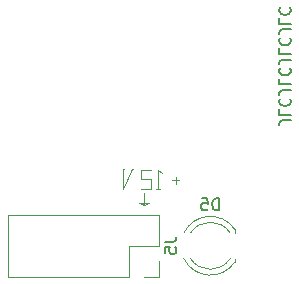
<source format=gbo>
G04 #@! TF.GenerationSoftware,KiCad,Pcbnew,(6.0.1)*
G04 #@! TF.CreationDate,2022-02-10T17:34:38+01:00*
G04 #@! TF.ProjectId,Drumbox,4472756d-626f-4782-9e6b-696361645f70,rev?*
G04 #@! TF.SameCoordinates,Original*
G04 #@! TF.FileFunction,Legend,Bot*
G04 #@! TF.FilePolarity,Positive*
%FSLAX46Y46*%
G04 Gerber Fmt 4.6, Leading zero omitted, Abs format (unit mm)*
G04 Created by KiCad (PCBNEW (6.0.1)) date 2022-02-10 17:34:38*
%MOMM*%
%LPD*%
G01*
G04 APERTURE LIST*
%ADD10C,0.120000*%
%ADD11C,0.150000*%
%ADD12C,1.600000*%
%ADD13R,1.700000X1.700000*%
%ADD14O,1.700000X1.700000*%
%ADD15O,1.600000X1.600000*%
%ADD16R,1.600000X1.600000*%
%ADD17C,2.000000*%
%ADD18O,2.000000X2.000000*%
%ADD19R,1.800000X1.800000*%
%ADD20C,1.800000*%
G04 APERTURE END LIST*
D10*
X56400000Y-127400000D02*
X57200000Y-127400000D01*
X59000000Y-126700000D02*
X59600000Y-126700000D01*
X55700000Y-125700000D02*
X55600000Y-125700000D01*
X57600000Y-127400000D02*
X57800000Y-127400000D01*
X56400000Y-125800000D02*
X57200000Y-125800000D01*
X59300000Y-127000000D02*
X59300000Y-126400000D01*
X56400000Y-126600000D02*
X56400000Y-125800000D01*
X57800000Y-125800000D02*
X58100000Y-126100000D01*
X54800000Y-127400000D02*
X55600000Y-125700000D01*
X57800000Y-127400000D02*
X58000000Y-127400000D01*
X54800000Y-125700000D02*
X54800000Y-127400000D01*
X54900000Y-125700000D02*
X54800000Y-125700000D01*
X57200000Y-127400000D02*
X57200000Y-126600000D01*
X57800000Y-127400000D02*
X57800000Y-125800000D01*
X56600000Y-127800000D02*
X56600000Y-128800000D01*
X56600000Y-128800000D02*
X57000000Y-128600000D01*
X57000000Y-128600000D02*
X56200000Y-128600000D01*
X56200000Y-128600000D02*
X56600000Y-128800000D01*
G36*
X56600000Y-128800000D02*
G01*
X56200000Y-128600000D01*
X57000000Y-128600000D01*
X56600000Y-128800000D01*
G37*
X56600000Y-128800000D02*
X56200000Y-128600000D01*
X57000000Y-128600000D01*
X56600000Y-128800000D01*
X57200000Y-126600000D02*
X56400000Y-126600000D01*
D11*
X69047619Y-121619047D02*
X68333333Y-121619047D01*
X68190476Y-121666666D01*
X68095238Y-121761904D01*
X68047619Y-121904761D01*
X68047619Y-122000000D01*
X68047619Y-120666666D02*
X68047619Y-121142857D01*
X69047619Y-121142857D01*
X68142857Y-119761904D02*
X68095238Y-119809523D01*
X68047619Y-119952380D01*
X68047619Y-120047619D01*
X68095238Y-120190476D01*
X68190476Y-120285714D01*
X68285714Y-120333333D01*
X68476190Y-120380952D01*
X68619047Y-120380952D01*
X68809523Y-120333333D01*
X68904761Y-120285714D01*
X69000000Y-120190476D01*
X69047619Y-120047619D01*
X69047619Y-119952380D01*
X69000000Y-119809523D01*
X68952380Y-119761904D01*
X69047619Y-119047619D02*
X68333333Y-119047619D01*
X68190476Y-119095238D01*
X68095238Y-119190476D01*
X68047619Y-119333333D01*
X68047619Y-119428571D01*
X68047619Y-118095238D02*
X68047619Y-118571428D01*
X69047619Y-118571428D01*
X68142857Y-117190476D02*
X68095238Y-117238095D01*
X68047619Y-117380952D01*
X68047619Y-117476190D01*
X68095238Y-117619047D01*
X68190476Y-117714285D01*
X68285714Y-117761904D01*
X68476190Y-117809523D01*
X68619047Y-117809523D01*
X68809523Y-117761904D01*
X68904761Y-117714285D01*
X69000000Y-117619047D01*
X69047619Y-117476190D01*
X69047619Y-117380952D01*
X69000000Y-117238095D01*
X68952380Y-117190476D01*
X69047619Y-116476190D02*
X68333333Y-116476190D01*
X68190476Y-116523809D01*
X68095238Y-116619047D01*
X68047619Y-116761904D01*
X68047619Y-116857142D01*
X68047619Y-115523809D02*
X68047619Y-116000000D01*
X69047619Y-116000000D01*
X68142857Y-114619047D02*
X68095238Y-114666666D01*
X68047619Y-114809523D01*
X68047619Y-114904761D01*
X68095238Y-115047619D01*
X68190476Y-115142857D01*
X68285714Y-115190476D01*
X68476190Y-115238095D01*
X68619047Y-115238095D01*
X68809523Y-115190476D01*
X68904761Y-115142857D01*
X69000000Y-115047619D01*
X69047619Y-114904761D01*
X69047619Y-114809523D01*
X69000000Y-114666666D01*
X68952380Y-114619047D01*
X69047619Y-113904761D02*
X68333333Y-113904761D01*
X68190476Y-113952380D01*
X68095238Y-114047619D01*
X68047619Y-114190476D01*
X68047619Y-114285714D01*
X68047619Y-112952380D02*
X68047619Y-113428571D01*
X69047619Y-113428571D01*
X68142857Y-112047619D02*
X68095238Y-112095238D01*
X68047619Y-112238095D01*
X68047619Y-112333333D01*
X68095238Y-112476190D01*
X68190476Y-112571428D01*
X68285714Y-112619047D01*
X68476190Y-112666666D01*
X68619047Y-112666666D01*
X68809523Y-112619047D01*
X68904761Y-112571428D01*
X69000000Y-112476190D01*
X69047619Y-112333333D01*
X69047619Y-112238095D01*
X69000000Y-112095238D01*
X68952380Y-112047619D01*
X62968095Y-129217380D02*
X62968095Y-128217380D01*
X62730000Y-128217380D01*
X62587142Y-128265000D01*
X62491904Y-128360238D01*
X62444285Y-128455476D01*
X62396666Y-128645952D01*
X62396666Y-128788809D01*
X62444285Y-128979285D01*
X62491904Y-129074523D01*
X62587142Y-129169761D01*
X62730000Y-129217380D01*
X62968095Y-129217380D01*
X61491904Y-128217380D02*
X61968095Y-128217380D01*
X62015714Y-128693571D01*
X61968095Y-128645952D01*
X61872857Y-128598333D01*
X61634761Y-128598333D01*
X61539523Y-128645952D01*
X61491904Y-128693571D01*
X61444285Y-128788809D01*
X61444285Y-129026904D01*
X61491904Y-129122142D01*
X61539523Y-129169761D01*
X61634761Y-129217380D01*
X61872857Y-129217380D01*
X61968095Y-129169761D01*
X62015714Y-129122142D01*
X58357380Y-131896666D02*
X59071666Y-131896666D01*
X59214523Y-131849047D01*
X59309761Y-131753809D01*
X59357380Y-131610952D01*
X59357380Y-131515714D01*
X58357380Y-132849047D02*
X58357380Y-132372857D01*
X58833571Y-132325238D01*
X58785952Y-132372857D01*
X58738333Y-132468095D01*
X58738333Y-132706190D01*
X58785952Y-132801428D01*
X58833571Y-132849047D01*
X58928809Y-132896666D01*
X59166904Y-132896666D01*
X59262142Y-132849047D01*
X59309761Y-132801428D01*
X59357380Y-132706190D01*
X59357380Y-132468095D01*
X59309761Y-132372857D01*
X59262142Y-132325238D01*
D10*
X64290000Y-130826000D02*
X64290000Y-131145000D01*
X64290000Y-133305000D02*
X64290000Y-133624000D01*
X63913330Y-131145000D02*
G75*
G03*
X60547287Y-131144039I-1683330J-1080000D01*
G01*
X64290000Y-130826251D02*
G75*
G03*
X59986758Y-131144276I-2060000J-1398748D01*
G01*
X60547287Y-133305961D02*
G75*
G03*
X63913330Y-133305000I1682713J1080961D01*
G01*
X59986758Y-133305724D02*
G75*
G03*
X64290000Y-133623749I2243242J1080723D01*
G01*
X57905000Y-129630000D02*
X45085000Y-129630000D01*
X56575000Y-134830000D02*
X57905000Y-134830000D01*
X57905000Y-132230000D02*
X57905000Y-129630000D01*
X55305000Y-134830000D02*
X45085000Y-134830000D01*
X57905000Y-134830000D02*
X57905000Y-133500000D01*
X55305000Y-134830000D02*
X55305000Y-132230000D01*
X55305000Y-132230000D02*
X57905000Y-132230000D01*
X45085000Y-134830000D02*
X45085000Y-129630000D01*
%LPC*%
D12*
X46000000Y-56500000D03*
X41000000Y-56500000D03*
D13*
X65000000Y-50500000D03*
D14*
X65000000Y-53040000D03*
X65000000Y-55580000D03*
X65000000Y-58120000D03*
D12*
X64580000Y-41500000D03*
D15*
X54420000Y-41500000D03*
D12*
X40000000Y-86840000D03*
D15*
X40000000Y-97000000D03*
D16*
X41455113Y-132225000D03*
D12*
X39455113Y-132225000D03*
X36500000Y-84580000D03*
D15*
X36500000Y-74420000D03*
D12*
X67000000Y-134305000D03*
D15*
X67000000Y-124145000D03*
D16*
X63344888Y-88425000D03*
D12*
X65344888Y-88425000D03*
X58000000Y-83000000D03*
D15*
X47840000Y-83000000D03*
D17*
X54150000Y-137725000D03*
D18*
X66850000Y-137725000D03*
D12*
X61000000Y-72500000D03*
X66000000Y-72500000D03*
X53500000Y-58920000D03*
D15*
X53500000Y-69080000D03*
D13*
X35000000Y-132500000D03*
D14*
X35000000Y-129960000D03*
X35000000Y-127420000D03*
D16*
X39690000Y-50500000D03*
D15*
X47310000Y-50500000D03*
D12*
X58080000Y-79500000D03*
D15*
X47920000Y-79500000D03*
D12*
X50000000Y-51500000D03*
X50000000Y-56500000D03*
X37000000Y-112000000D03*
X32000000Y-112000000D03*
X64580000Y-38000000D03*
D15*
X54420000Y-38000000D03*
D12*
X50000000Y-58920000D03*
D15*
X50000000Y-69080000D03*
D12*
X43500000Y-74420000D03*
D15*
X43500000Y-84580000D03*
D17*
X38650000Y-137725000D03*
D18*
X51350000Y-137725000D03*
D12*
X60500000Y-51500000D03*
X60500000Y-56500000D03*
D16*
X39000000Y-61190000D03*
D15*
X39000000Y-68810000D03*
D12*
X61000000Y-76000000D03*
X66000000Y-76000000D03*
X60500000Y-58920000D03*
D15*
X60500000Y-69080000D03*
D12*
X58080000Y-72500000D03*
D15*
X47920000Y-72500000D03*
D13*
X35000000Y-101000000D03*
D14*
X35000000Y-103540000D03*
X35000000Y-106080000D03*
X35000000Y-108620000D03*
D12*
X53500000Y-51500000D03*
X53500000Y-56500000D03*
X60920000Y-83000000D03*
X65920000Y-83000000D03*
D13*
X65000000Y-101000000D03*
D14*
X65000000Y-103540000D03*
X65000000Y-106080000D03*
X65000000Y-108620000D03*
D12*
X39420000Y-119000000D03*
D15*
X49580000Y-119000000D03*
D12*
X43500000Y-97000000D03*
D15*
X43500000Y-86840000D03*
D12*
X57000000Y-51500000D03*
X57000000Y-56500000D03*
D13*
X35000000Y-50500000D03*
D14*
X35000000Y-53040000D03*
X35000000Y-55580000D03*
X35000000Y-58120000D03*
D12*
X39420000Y-115500000D03*
D15*
X49580000Y-115500000D03*
D12*
X37000000Y-119000000D03*
X32000000Y-119000000D03*
X58080000Y-76000000D03*
D15*
X47920000Y-76000000D03*
D12*
X57000000Y-59000000D03*
D15*
X57000000Y-69160000D03*
D16*
X36000000Y-61190000D03*
D15*
X36000000Y-68810000D03*
D12*
X33000000Y-67500000D03*
X33000000Y-62500000D03*
X46000000Y-47500000D03*
X41000000Y-47500000D03*
X40000000Y-84580000D03*
D15*
X40000000Y-74420000D03*
D12*
X36500000Y-86840000D03*
D15*
X36500000Y-97000000D03*
D16*
X52000000Y-88300000D03*
D15*
X52000000Y-90840000D03*
X52000000Y-93380000D03*
X52000000Y-95920000D03*
X52000000Y-98460000D03*
X52000000Y-101000000D03*
X52000000Y-103540000D03*
X59620000Y-103540000D03*
X59620000Y-101000000D03*
X59620000Y-98460000D03*
X59620000Y-95920000D03*
X59620000Y-93380000D03*
X59620000Y-90840000D03*
X59620000Y-88300000D03*
D12*
X42000000Y-67500000D03*
X42000000Y-62500000D03*
X64580000Y-45000000D03*
D15*
X54420000Y-45000000D03*
D12*
X33000000Y-97000000D03*
D15*
X33000000Y-86840000D03*
D12*
X37000000Y-115500000D03*
X32000000Y-115500000D03*
X61000000Y-79500000D03*
X66000000Y-79500000D03*
X39420000Y-122500000D03*
D15*
X49580000Y-122500000D03*
D12*
X39420000Y-112000000D03*
D15*
X49580000Y-112000000D03*
D12*
X37000000Y-122500000D03*
X32000000Y-122500000D03*
X64580000Y-34500000D03*
D15*
X54420000Y-34500000D03*
D16*
X39690000Y-53500000D03*
D15*
X47310000Y-53500000D03*
D12*
X33000000Y-74420000D03*
D15*
X33000000Y-84580000D03*
D19*
X63500000Y-132225000D03*
D20*
X60960000Y-132225000D03*
D13*
X56575000Y-133500000D03*
D14*
X56575000Y-130960000D03*
X54035000Y-133500000D03*
X54035000Y-130960000D03*
X51495000Y-133500000D03*
X51495000Y-130960000D03*
X48955000Y-133500000D03*
X48955000Y-130960000D03*
X46415000Y-133500000D03*
X46415000Y-130960000D03*
M02*

</source>
